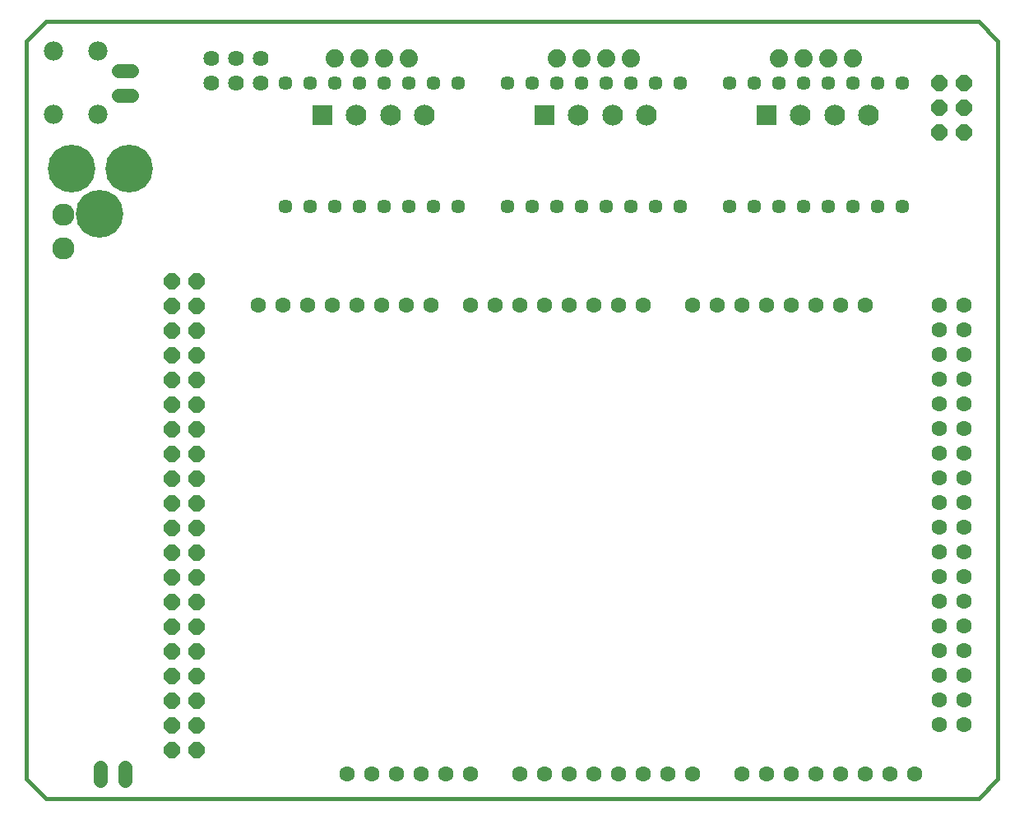
<source format=gbs>
G75*
%MOIN*%
%OFA0B0*%
%FSLAX24Y24*%
%IPPOS*%
%LPD*%
%AMOC8*
5,1,8,0,0,1.08239X$1,22.5*
%
%ADD10C,0.0160*%
%ADD11C,0.0631*%
%ADD12C,0.0740*%
%ADD13C,0.0571*%
%ADD14C,0.0640*%
%ADD15C,0.1930*%
%ADD16C,0.0580*%
%ADD17R,0.0840X0.0840*%
%ADD18C,0.0840*%
%ADD19C,0.0900*%
%ADD20C,0.0780*%
%ADD21OC8,0.0640*%
D10*
X002180Y002467D02*
X002967Y001680D01*
X040763Y001680D01*
X041550Y002467D01*
X041550Y032389D01*
X040763Y033176D01*
X002967Y033176D01*
X002180Y032389D01*
X002180Y002467D01*
D11*
X015180Y002680D03*
X016180Y002680D03*
X017180Y002680D03*
X018180Y002680D03*
X019180Y002680D03*
X020180Y002680D03*
X022180Y002680D03*
X023180Y002680D03*
X024180Y002680D03*
X025180Y002680D03*
X026180Y002680D03*
X027180Y002680D03*
X028180Y002680D03*
X029180Y002680D03*
X031180Y002680D03*
X032180Y002680D03*
X033180Y002680D03*
X034180Y002680D03*
X035180Y002680D03*
X036180Y002680D03*
X037180Y002680D03*
X038180Y002680D03*
X039180Y004680D03*
X040180Y004680D03*
X040180Y005680D03*
X039180Y005680D03*
X039180Y006680D03*
X040180Y006680D03*
X040180Y007680D03*
X039180Y007680D03*
X039180Y008680D03*
X040180Y008680D03*
X040180Y009680D03*
X039180Y009680D03*
X039180Y010680D03*
X039180Y011680D03*
X040180Y011680D03*
X040180Y010680D03*
X040180Y012680D03*
X039180Y012680D03*
X039180Y013680D03*
X040180Y013680D03*
X040180Y014680D03*
X039180Y014680D03*
X039180Y015680D03*
X040180Y015680D03*
X040180Y016680D03*
X039180Y016680D03*
X039180Y017680D03*
X040180Y017680D03*
X040180Y018680D03*
X039180Y018680D03*
X039180Y019680D03*
X040180Y019680D03*
X040180Y020680D03*
X039180Y020680D03*
X039180Y021680D03*
X040180Y021680D03*
X036180Y021680D03*
X035180Y021680D03*
X034180Y021680D03*
X033180Y021680D03*
X032180Y021680D03*
X031180Y021680D03*
X030180Y021680D03*
X029180Y021680D03*
X027180Y021680D03*
X026180Y021680D03*
X025180Y021680D03*
X024180Y021680D03*
X023180Y021680D03*
X022180Y021680D03*
X021180Y021680D03*
X020180Y021680D03*
X018580Y021680D03*
X017580Y021680D03*
X016580Y021680D03*
X015580Y021680D03*
X014580Y021680D03*
X013580Y021680D03*
X012580Y021680D03*
X011580Y021680D03*
D12*
X014680Y031680D03*
X015680Y031680D03*
X016680Y031680D03*
X017680Y031680D03*
X023680Y031680D03*
X024680Y031680D03*
X025680Y031680D03*
X026680Y031680D03*
X032680Y031680D03*
X033680Y031680D03*
X034680Y031680D03*
X035680Y031680D03*
D13*
X035680Y030680D03*
X036680Y030680D03*
X037680Y030680D03*
X034680Y030680D03*
X033680Y030680D03*
X032680Y030680D03*
X031680Y030680D03*
X030680Y030680D03*
X028680Y030680D03*
X027680Y030680D03*
X026680Y030680D03*
X025680Y030680D03*
X024680Y030680D03*
X023680Y030680D03*
X022680Y030680D03*
X021680Y030680D03*
X019680Y030680D03*
X018680Y030680D03*
X017680Y030680D03*
X016680Y030680D03*
X015680Y030680D03*
X014680Y030680D03*
X013680Y030680D03*
X012680Y030680D03*
X012680Y025680D03*
X013680Y025680D03*
X014680Y025680D03*
X015680Y025680D03*
X016680Y025680D03*
X017680Y025680D03*
X018680Y025680D03*
X019680Y025680D03*
X021680Y025680D03*
X022680Y025680D03*
X023680Y025680D03*
X024680Y025680D03*
X025680Y025680D03*
X026680Y025680D03*
X027680Y025680D03*
X028680Y025680D03*
X030680Y025680D03*
X031680Y025680D03*
X032680Y025680D03*
X033680Y025680D03*
X034680Y025680D03*
X035680Y025680D03*
X036680Y025680D03*
X037680Y025680D03*
D14*
X011680Y030680D03*
X010680Y030680D03*
X010680Y031680D03*
X011680Y031680D03*
X009680Y031680D03*
X009680Y030680D03*
D15*
X006337Y027219D03*
X004015Y027219D03*
X005156Y025369D03*
D16*
X005910Y030180D02*
X006450Y030180D01*
X006450Y031180D02*
X005910Y031180D01*
X006180Y002950D02*
X006180Y002410D01*
X005180Y002410D02*
X005180Y002950D01*
D17*
X014180Y029380D03*
X023180Y029380D03*
X032180Y029380D03*
D18*
X033558Y029380D03*
X034936Y029380D03*
X036314Y029380D03*
X027314Y029380D03*
X025936Y029380D03*
X024558Y029380D03*
X018314Y029380D03*
X016936Y029380D03*
X015558Y029380D03*
D19*
X003680Y025349D03*
X003680Y023971D03*
D20*
X003290Y029400D03*
X005070Y029400D03*
X005070Y031960D03*
X003290Y031960D03*
D21*
X008066Y022637D03*
X009066Y022637D03*
X009066Y021637D03*
X008066Y021637D03*
X008066Y020637D03*
X009066Y020637D03*
X009066Y019637D03*
X008066Y019637D03*
X008066Y018637D03*
X009066Y018637D03*
X009066Y017637D03*
X008066Y017637D03*
X008066Y016637D03*
X009066Y016637D03*
X009066Y015637D03*
X008066Y015637D03*
X008066Y014637D03*
X009066Y014637D03*
X009066Y013637D03*
X008066Y013637D03*
X008066Y012637D03*
X009066Y012637D03*
X009066Y011637D03*
X008066Y011637D03*
X008066Y010637D03*
X009066Y010637D03*
X009066Y009637D03*
X008066Y009637D03*
X008066Y008637D03*
X009066Y008637D03*
X009066Y007637D03*
X008066Y007637D03*
X008066Y006637D03*
X009066Y006637D03*
X009066Y005637D03*
X008066Y005637D03*
X008066Y004637D03*
X009066Y004637D03*
X009066Y003637D03*
X008066Y003637D03*
X039180Y028680D03*
X040180Y028680D03*
X040180Y029680D03*
X039180Y029680D03*
X039180Y030680D03*
X040180Y030680D03*
M02*

</source>
